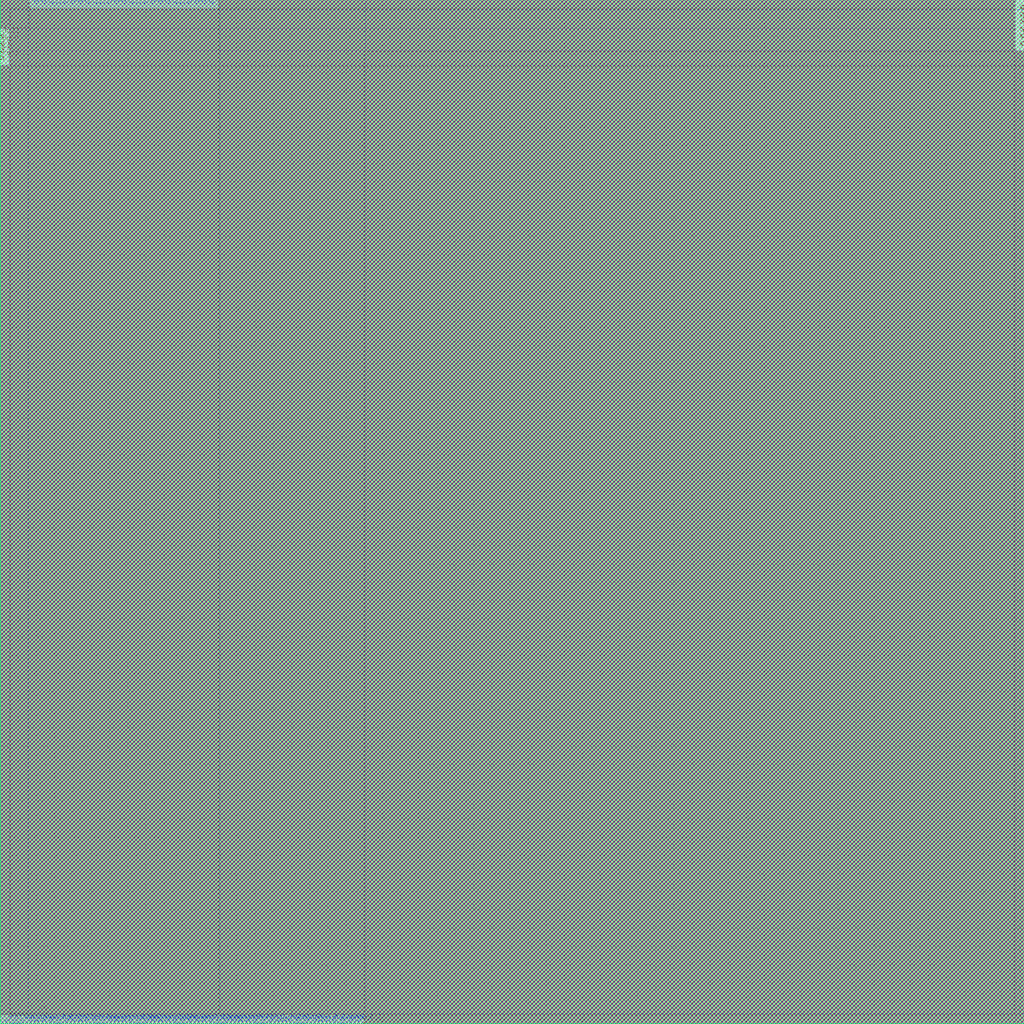
<source format=lef>
VERSION 5.7 ;
BUSBITCHARS "[]" ;
DIVIDERCHAR "/" ;

PROPERTYDEFINITIONS
  LAYER LEF58_TYPE STRING ;
  LAYER LEF58_SPACING STRING ;
  LAYER LEF58_WIDTH STRING ;
END PROPERTYDEFINITIONS

UNITS
  DATABASE MICRONS 1000 ;
END UNITS
MANUFACTURINGGRID 0.005 ;
LAYER OVERLAP
  TYPE OVERLAP ;
END OVERLAP

LAYER NWEL
  TYPE MASTERSLICE ;
  PROPERTY LEF58_TYPE "TYPE NWELL ;" ;
  PROPERTY LEF58_SPACING "SPACING 1 ;" ;
  PROPERTY LEF58_WIDTH "WIDTH 0.63 ;" ;
END NWEL

LAYER NPLUS
  TYPE IMPLANT ;
  WIDTH 0.24 ;
  SPACING 0.24 ;
  AREA 0.1764 ;
END NPLUS

LAYER PPLUS
  TYPE IMPLANT ;
  WIDTH 0.24 ;
  SPACING 0.24 ;
  AREA 0.1764 ;
END PPLUS

LAYER DIFF
  TYPE MASTERSLICE ;
  PROPERTY LEF58_TYPE "TYPE DIFFUSION ;" ;
  PROPERTY LEF58_SPACING "SPACING 0.2 ;" ;
  PROPERTY LEF58_WIDTH "WIDTH 0.16 ;" ;
END DIFF

LAYER PO1
  TYPE MASTERSLICE ;
END PO1

LAYER CONT
  TYPE CUT ;
  SPACING 0.2 ;
  WIDTH 0.16 ;
END CONT

LAYER ME1
  TYPE ROUTING ;
  DIRECTION HORIZONTAL ;
  WIDTH 0.16 ;
  AREA 0.1024 ;
  SPACINGTABLE
    PARALLELRUNLENGTH 0 1.759 
    WIDTH 0 0.16 0.26 
    WIDTH 1.759 0.26 0.26 ;
  SPACING 0.16 SAMENET ;
  MAXWIDTH 25 ;
  RESISTANCE RPERSQ 0.07 ;
  MINIMUMDENSITY 20 ;
  DENSITYCHECKWINDOW 400 400 ;
  DENSITYCHECKSTEP 200 ;
END ME1

LAYER VI1
  TYPE CUT ;
  SPACING 0.2 ;
  WIDTH 0.2 ;
END VI1

LAYER ME2
  TYPE ROUTING ;
  DIRECTION VERTICAL ;
  WIDTH 0.2 ;
  AREA 0.1024 ;
  SPACINGTABLE
    PARALLELRUNLENGTH 0 1.999 
    WIDTH 0 0.2 0.28 
    WIDTH 1.999 0.28 0.28 ;
  SPACING 0.2 SAMENET ;
  MAXWIDTH 25 ;
  RESISTANCE RPERSQ 0.07 ;
  MINIMUMDENSITY 20 ;
  DENSITYCHECKWINDOW 400 400 ;
  DENSITYCHECKSTEP 200 ;
END ME2

LAYER VI2
  TYPE CUT ;
  SPACING 0.2 ;
  WIDTH 0.2 ;
END VI2

LAYER ME3
  TYPE ROUTING ;
  DIRECTION HORIZONTAL ;
  WIDTH 0.2 ;
  AREA 0.1024 ;
  SPACINGTABLE
    PARALLELRUNLENGTH 0 1.999 
    WIDTH 0 0.2 0.28 
    WIDTH 1.999 0.28 0.28 ;
  SPACING 0.2 SAMENET ;
  MAXWIDTH 25 ;
  RESISTANCE RPERSQ 0.07 ;
  MINIMUMDENSITY 20 ;
  DENSITYCHECKWINDOW 400 400 ;
  DENSITYCHECKSTEP 200 ;
END ME3

LAYER VI3
  TYPE CUT ;
  SPACING 0.2 ;
  WIDTH 0.2 ;
END VI3

LAYER ME4
  TYPE ROUTING ;
  DIRECTION VERTICAL ;
  WIDTH 0.2 ;
  AREA 0.1024 ;
  SPACINGTABLE
    PARALLELRUNLENGTH 0 1.999 
    WIDTH 0 0.2 0.28 
    WIDTH 1.999 0.28 0.28 ;
  SPACING 0.2 SAMENET ;
  MAXWIDTH 25 ;
  RESISTANCE RPERSQ 0.07 ;
  MINIMUMDENSITY 20 ;
  DENSITYCHECKWINDOW 400 400 ;
  DENSITYCHECKSTEP 200 ;
END ME4

LAYER VI4
  TYPE CUT ;
  SPACING 0.2 ;
  WIDTH 0.2 ;
END VI4

LAYER ME5
  TYPE ROUTING ;
  DIRECTION HORIZONTAL ;
  WIDTH 0.2 ;
  AREA 0.1024 ;
  SPACINGTABLE
    PARALLELRUNLENGTH 0 1.999 
    WIDTH 0 0.2 0.28 
    WIDTH 1.999 0.28 0.28 ;
  SPACING 0.2 SAMENET ;
  MAXWIDTH 25 ;
  RESISTANCE RPERSQ 0.07 ;
  MINIMUMDENSITY 20 ;
  DENSITYCHECKWINDOW 400 400 ;
  DENSITYCHECKSTEP 200 ;
END ME5

LAYER VI5
  TYPE CUT ;
  SPACING 0.2 ;
  WIDTH 0.2 ;
END VI5

LAYER ME6
  TYPE ROUTING ;
  DIRECTION VERTICAL ;
  WIDTH 0.2 ;
  AREA 0.1024 ;
  SPACINGTABLE
    PARALLELRUNLENGTH 0 1.999 
    WIDTH 0 0.2 0.28 
    WIDTH 1.999 0.28 0.28 ;
  SPACING 0.2 SAMENET ;
  MAXWIDTH 25 ;
  RESISTANCE RPERSQ 0.07 ;
  MINIMUMDENSITY 20 ;
  DENSITYCHECKWINDOW 400 400 ;
  DENSITYCHECKSTEP 200 ;
END ME6

LAYER VI6
  TYPE CUT ;
  SPACING 0.4 ;
  WIDTH 0.4 ;
END VI6

LAYER ME7
  TYPE ROUTING ;
  DIRECTION HORIZONTAL ;
  WIDTH 0.4 ;
  AREA 0.33 ;
  SPACINGTABLE
    PARALLELRUNLENGTH 0 1.599 
    WIDTH 0 0.4 0.5 
    WIDTH 1.599 0.5 0.5 ;
  SPACING 0.4 SAMENET ;
  MAXWIDTH 25 ;
  RESISTANCE RPERSQ 0.027 ;
  MINIMUMDENSITY 20 ;
  DENSITYCHECKWINDOW 400 400 ;
  DENSITYCHECKSTEP 200 ;
END ME7

LAYER VI7
  TYPE CUT ;
  SPACING 0.75 ;
  WIDTH 0.6 ;
END VI7

LAYER ME8
  TYPE ROUTING ;
  DIRECTION VERTICAL ;
  WIDTH 1.5 ;
  AREA 2.25 ;
  SPACINGTABLE
    PARALLELRUNLENGTH 0 
    WIDTH 0 1.5 ;
  SPACING 1.5 SAMENET ;
  MAXWIDTH 25 ;
  RESISTANCE RPERSQ 0.015 ;
  MINIMUMDENSITY 20 ;
  DENSITYCHECKWINDOW 400 400 ;
  DENSITYCHECKSTEP 200 ;
END ME8

LAYER TMV_RDL
  TYPE CUT ;
  SPACING 2 ;
  WIDTH 4 ;
END TMV_RDL

LAYER AL_RDL
  TYPE ROUTING ;
  DIRECTION HORIZONTAL ;
  WIDTH 3 ;
  SPACING 1.6 ;
  SPACING 1.6 SAMENET ;
END AL_RDL

MAXVIASTACK 4 RANGE ME1 ME8 ;
VIARULE M2_M1 GENERATE DEFAULT
  LAYER ME1 ;
    ENCLOSURE 0.06 0.06 ;
  LAYER ME2 ;
    ENCLOSURE 0 0 ;
  LAYER VI1 ;
    RECT -0.1 -0.1 0.1 0.1 ;
    SPACING 0.48 BY 0.48 ;
END M2_M1

VIARULE M3_M2 GENERATE DEFAULT
  LAYER ME2 ;
    ENCLOSURE 0.06 0.06 ;
  LAYER ME3 ;
    ENCLOSURE 0 0 ;
  LAYER VI2 ;
    RECT -0.1 -0.1 0.1 0.1 ;
    SPACING 0.48 BY 0.48 ;
END M3_M2

VIARULE M4_M3 GENERATE DEFAULT
  LAYER ME3 ;
    ENCLOSURE 0.06 0.06 ;
  LAYER ME4 ;
    ENCLOSURE 0 0 ;
  LAYER VI3 ;
    RECT -0.1 -0.1 0.1 0.1 ;
    SPACING 0.48 BY 0.48 ;
END M4_M3

VIARULE M5_M4 GENERATE DEFAULT
  LAYER ME4 ;
    ENCLOSURE 0.06 0.06 ;
  LAYER ME5 ;
    ENCLOSURE 0 0 ;
  LAYER VI4 ;
    RECT -0.1 -0.1 0.1 0.1 ;
    SPACING 0.48 BY 0.48 ;
END M5_M4

VIARULE M6_M5 GENERATE DEFAULT
  LAYER ME5 ;
    ENCLOSURE 0.06 0.06 ;
  LAYER ME6 ;
    ENCLOSURE 0 0 ;
  LAYER VI5 ;
    RECT -0.1 -0.1 0.1 0.1 ;
    SPACING 0.48 BY 0.48 ;
END M6_M5

VIARULE M7_M6 GENERATE DEFAULT
  LAYER ME6 ;
    ENCLOSURE 0 0 ;
  LAYER ME7 ;
    ENCLOSURE 0 0 ;
  LAYER VI6 ;
    RECT -0.2 -0.2 0.2 0.2 ;
    SPACING 0.9 BY 0.9 ;
END M7_M6

VIARULE M8_M7 GENERATE DEFAULT
  LAYER ME7 ;
    ENCLOSURE 0.2 0.2 ;
  LAYER ME8 ;
    ENCLOSURE 0.45 0.45 ;
  LAYER VI7 ;
    RECT -0.3 -0.3 0.3 0.3 ;
    SPACING 1.35 BY 1.35 ;
END M8_M7

VIARULE L2_M8 GENERATE
  LAYER ME8 ;
    ENCLOSURE 0.6 0.6 ;
  LAYER AL_RDL ;
    ENCLOSURE 0.5 0.5 ;
  LAYER TMV_RDL ;
    RECT -2 -2 2 2 ;
    SPACING 6 BY 6 ;
END L2_M8

VIARULE M1_PACTIVE GENERATE
  LAYER DIFF ;
    ENCLOSURE 0.06 0.06 ;
  LAYER ME1 ;
    ENCLOSURE 0.06 0.06 ;
  LAYER CONT ;
    RECT -0.08 -0.08 0.08 0.08 ;
    SPACING 0.36 BY 0.36 ;
END M1_PACTIVE

VIARULE M1_NWEL GENERATE
  LAYER DIFF ;
    ENCLOSURE 0.06 0.06 ;
  LAYER ME1 ;
    ENCLOSURE 0.06 0.06 ;
  LAYER CONT ;
    RECT -0.08 -0.08 0.08 0.08 ;
    SPACING 0.36 BY 0.36 ;
END M1_NWEL

VIARULE M1_NACTIVE GENERATE
  LAYER DIFF ;
    ENCLOSURE 0.06 0.06 ;
  LAYER ME1 ;
    ENCLOSURE 0.06 0.06 ;
  LAYER CONT ;
    RECT -0.08 -0.08 0.08 0.08 ;
    SPACING 0.36 BY 0.36 ;
END M1_NACTIVE

VIARULE M1_POLY GENERATE
  LAYER PO1 ;
    ENCLOSURE 0.06 0.06 ;
  LAYER ME1 ;
    ENCLOSURE 0.06 0.06 ;
  LAYER CONT ;
    RECT -0.08 -0.08 0.08 0.08 ;
    SPACING 0.36 BY 0.36 ;
END M1_POLY

MACRO controller
  CLASS BLOCK ;
  ORIGIN 0 56.251 ;
  FOREIGN controller 0 -56.251 ;
  SIZE 56.251 BY 56.251 ;
  SYMMETRY X Y R90 ;
  PIN vcutoff_0
    DIRECTION INPUT ;
    USE SIGNAL ;
    PORT
      LAYER ME2 ;
        RECT 0.7 -56.251 0.9 -56.051 ;
    END
  END vcutoff_0
  PIN en
    DIRECTION INPUT ;
    USE SIGNAL ;
    PORT
      LAYER ME2 ;
        RECT 0.3 -56.251 0.5 -56.051 ;
    END
  END en
  PIN vcutoff_3
    DIRECTION INPUT ;
    USE SIGNAL ;
    PORT
      LAYER ME2 ;
        RECT 1.9 -56.251 2.1 -56.051 ;
    END
  END vcutoff_3
  PIN vcutoff_2
    DIRECTION INPUT ;
    USE SIGNAL ;
    PORT
      LAYER ME2 ;
        RECT 1.5 -56.251 1.7 -56.051 ;
    END
  END vcutoff_2
  PIN vcutoff_1
    DIRECTION INPUT ;
    USE SIGNAL ;
    PORT
      LAYER ME2 ;
        RECT 1.1 -56.251 1.3 -56.051 ;
    END
  END vcutoff_1
  PIN vcutoff_4
    DIRECTION INPUT ;
    USE SIGNAL ;
    PORT
      LAYER ME2 ;
        RECT 2.3 -56.251 2.5 -56.051 ;
    END
  END vcutoff_4
  PIN vcutoff_5
    DIRECTION INPUT ;
    USE SIGNAL ;
    PORT
      LAYER ME2 ;
        RECT 2.7 -56.251 2.9 -56.051 ;
    END
  END vcutoff_5
  PIN vcutoff_6
    DIRECTION INPUT ;
    USE SIGNAL ;
    PORT
      LAYER ME2 ;
        RECT 3.1 -56.251 3.3 -56.051 ;
    END
  END vcutoff_6
  PIN vcutoff_7
    DIRECTION INPUT ;
    USE SIGNAL ;
    PORT
      LAYER ME2 ;
        RECT 3.5 -56.251 3.7 -56.051 ;
    END
  END vcutoff_7
  PIN vpreset_0
    DIRECTION INPUT ;
    USE SIGNAL ;
    PORT
      LAYER ME2 ;
        RECT 3.9 -56.251 4.1 -56.051 ;
    END
  END vpreset_0
  PIN vpreset_1
    DIRECTION INPUT ;
    USE SIGNAL ;
    PORT
      LAYER ME2 ;
        RECT 4.3 -56.251 4.5 -56.051 ;
    END
  END vpreset_1
  PIN vpreset_2
    DIRECTION INPUT ;
    USE SIGNAL ;
    PORT
      LAYER ME2 ;
        RECT 4.7 -56.251 4.9 -56.051 ;
    END
  END vpreset_2
  PIN vpreset_3
    DIRECTION INPUT ;
    USE SIGNAL ;
    PORT
      LAYER ME2 ;
        RECT 5.1 -56.251 5.3 -56.051 ;
    END
  END vpreset_3
  PIN vpreset_4
    DIRECTION INPUT ;
    USE SIGNAL ;
    PORT
      LAYER ME2 ;
        RECT 5.5 -56.251 5.7 -56.051 ;
    END
  END vpreset_4
  PIN vpreset_5
    DIRECTION INPUT ;
    USE SIGNAL ;
    PORT
      LAYER ME2 ;
        RECT 5.9 -56.251 6.1 -56.051 ;
    END
  END vpreset_5
  PIN vpreset_6
    DIRECTION INPUT ;
    USE SIGNAL ;
    PORT
      LAYER ME2 ;
        RECT 6.3 -56.251 6.5 -56.051 ;
    END
  END vpreset_6
  PIN vpreset_7
    DIRECTION INPUT ;
    USE SIGNAL ;
    PORT
      LAYER ME2 ;
        RECT 6.7 -56.251 6.9 -56.051 ;
    END
  END vpreset_7
  PIN tempmin_0
    DIRECTION INPUT ;
    USE SIGNAL ;
    PORT
      LAYER ME2 ;
        RECT 7.1 -56.251 7.3 -56.051 ;
    END
  END tempmin_0
  PIN tempmin_1
    DIRECTION INPUT ;
    USE SIGNAL ;
    PORT
      LAYER ME2 ;
        RECT 7.5 -56.251 7.7 -56.051 ;
    END
  END tempmin_1
  PIN tempmin_5
    DIRECTION INPUT ;
    USE SIGNAL ;
    PORT
      LAYER ME2 ;
        RECT 9.1 -56.251 9.3 -56.051 ;
    END
  END tempmin_5
  PIN tempmin_2
    DIRECTION INPUT ;
    USE SIGNAL ;
    PORT
      LAYER ME2 ;
        RECT 7.9 -56.251 8.1 -56.051 ;
    END
  END tempmin_2
  PIN tempmin_4
    DIRECTION INPUT ;
    USE SIGNAL ;
    PORT
      LAYER ME2 ;
        RECT 8.7 -56.251 8.9 -56.051 ;
    END
  END tempmin_4
  PIN tempmin_3
    DIRECTION INPUT ;
    USE SIGNAL ;
    PORT
      LAYER ME2 ;
        RECT 8.3 -56.251 8.5 -56.051 ;
    END
  END tempmin_3
  PIN tempmin_6
    DIRECTION INPUT ;
    USE SIGNAL ;
    PORT
      LAYER ME2 ;
        RECT 9.5 -56.251 9.7 -56.051 ;
    END
  END tempmin_6
  PIN tempmin_7
    DIRECTION INPUT ;
    USE SIGNAL ;
    PORT
      LAYER ME2 ;
        RECT 9.9 -56.251 10.1 -56.051 ;
    END
  END tempmin_7
  PIN tempmax_0
    DIRECTION INPUT ;
    USE SIGNAL ;
    PORT
      LAYER ME2 ;
        RECT 10.3 -56.251 10.5 -56.051 ;
    END
  END tempmax_0
  PIN tempmax_1
    DIRECTION INPUT ;
    USE SIGNAL ;
    PORT
      LAYER ME2 ;
        RECT 10.7 -56.251 10.9 -56.051 ;
    END
  END tempmax_1
  PIN tempmax_2
    DIRECTION INPUT ;
    USE SIGNAL ;
    PORT
      LAYER ME2 ;
        RECT 11.1 -56.251 11.3 -56.051 ;
    END
  END tempmax_2
  PIN tempmax_3
    DIRECTION INPUT ;
    USE SIGNAL ;
    PORT
      LAYER ME2 ;
        RECT 11.5 -56.251 11.7 -56.051 ;
    END
  END tempmax_3
  PIN tempmax_4
    DIRECTION INPUT ;
    USE SIGNAL ;
    PORT
      LAYER ME2 ;
        RECT 11.9 -56.251 12.1 -56.051 ;
    END
  END tempmax_4
  PIN tempmax_5
    DIRECTION INPUT ;
    USE SIGNAL ;
    PORT
      LAYER ME2 ;
        RECT 12.3 -56.251 12.5 -56.051 ;
    END
  END tempmax_5
  PIN tempmax_6
    DIRECTION INPUT ;
    USE SIGNAL ;
    PORT
      LAYER ME2 ;
        RECT 12.7 -56.251 12.9 -56.051 ;
    END
  END tempmax_6
  PIN tempmax_7
    DIRECTION INPUT ;
    USE SIGNAL ;
    PORT
      LAYER ME2 ;
        RECT 13.1 -56.251 13.3 -56.051 ;
    END
  END tempmax_7
  PIN tmax_0
    DIRECTION INPUT ;
    USE SIGNAL ;
    PORT
      LAYER ME2 ;
        RECT 13.5 -56.251 13.7 -56.051 ;
    END
  END tmax_0
  PIN tmax_1
    DIRECTION INPUT ;
    USE SIGNAL ;
    PORT
      LAYER ME2 ;
        RECT 13.9 -56.251 14.1 -56.051 ;
    END
  END tmax_1
  PIN tmax_2
    DIRECTION INPUT ;
    USE SIGNAL ;
    PORT
      LAYER ME2 ;
        RECT 14.3 -56.251 14.5 -56.051 ;
    END
  END tmax_2
  PIN tmax_3
    DIRECTION INPUT ;
    USE SIGNAL ;
    PORT
      LAYER ME2 ;
        RECT 14.7 -56.251 14.9 -56.051 ;
    END
  END tmax_3
  PIN tmax_4
    DIRECTION INPUT ;
    USE SIGNAL ;
    PORT
      LAYER ME2 ;
        RECT 15.1 -56.251 15.3 -56.051 ;
    END
  END tmax_4
  PIN tmax_5
    DIRECTION INPUT ;
    USE SIGNAL ;
    PORT
      LAYER ME2 ;
        RECT 15.5 -56.251 15.7 -56.051 ;
    END
  END tmax_5
  PIN tmax_6
    DIRECTION INPUT ;
    USE SIGNAL ;
    PORT
      LAYER ME2 ;
        RECT 15.9 -56.251 16.1 -56.051 ;
    END
  END tmax_6
  PIN tmax_7
    DIRECTION INPUT ;
    USE SIGNAL ;
    PORT
      LAYER ME2 ;
        RECT 16.3 -56.251 16.5 -56.051 ;
    END
  END tmax_7
  PIN iend_0
    DIRECTION INPUT ;
    USE SIGNAL ;
    PORT
      LAYER ME2 ;
        RECT 16.7 -56.251 16.9 -56.051 ;
    END
  END iend_0
  PIN iend_1
    DIRECTION INPUT ;
    USE SIGNAL ;
    PORT
      LAYER ME2 ;
        RECT 17.1 -56.251 17.3 -56.051 ;
    END
  END iend_1
  PIN iend_2
    DIRECTION INPUT ;
    USE SIGNAL ;
    PORT
      LAYER ME2 ;
        RECT 17.5 -56.251 17.7 -56.051 ;
    END
  END iend_2
  PIN iend_3
    DIRECTION INPUT ;
    USE SIGNAL ;
    PORT
      LAYER ME2 ;
        RECT 17.9 -56.251 18.1 -56.051 ;
    END
  END iend_3
  PIN iend_4
    DIRECTION INPUT ;
    USE SIGNAL ;
    PORT
      LAYER ME2 ;
        RECT 18.3 -56.251 18.5 -56.051 ;
    END
  END iend_4
  PIN iend_5
    DIRECTION INPUT ;
    USE SIGNAL ;
    PORT
      LAYER ME2 ;
        RECT 18.7 -56.251 18.9 -56.051 ;
    END
  END iend_5
  PIN iend_6
    DIRECTION INPUT ;
    USE SIGNAL ;
    PORT
      LAYER ME2 ;
        RECT 19.1 -56.251 19.3 -56.051 ;
    END
  END iend_6
  PIN iend_7
    DIRECTION INPUT ;
    USE SIGNAL ;
    PORT
      LAYER ME2 ;
        RECT 19.5 -56.251 19.7 -56.051 ;
    END
  END iend_7
  PIN cc
    DIRECTION OUTPUT ;
    USE SIGNAL ;
    PORT
      LAYER ME3 ;
        RECT 56.051 -0.9 56.251 -0.7 ;
    END
  END cc
  PIN tc
    DIRECTION OUTPUT ;
    USE SIGNAL ;
    PORT
      LAYER ME3 ;
        RECT 56.051 -0.5 56.251 -0.3 ;
    END
  END tc
  PIN cv
    DIRECTION OUTPUT ;
    USE SIGNAL ;
    PORT
      LAYER ME3 ;
        RECT 56.051 -1.3 56.251 -1.1 ;
    END
  END cv
  PIN imonen
    DIRECTION OUTPUT ;
    USE SIGNAL ;
    PORT
      LAYER ME3 ;
        RECT 56.051 -1.7 56.251 -1.5 ;
    END
  END imonen
  PIN vmonen
    DIRECTION OUTPUT ;
    USE SIGNAL ;
    PORT
      LAYER ME3 ;
        RECT 56.051 -2.1 56.251 -1.9 ;
    END
  END vmonen
  PIN tmonen
    DIRECTION OUTPUT ;
    USE SIGNAL ;
    PORT
      LAYER ME3 ;
        RECT 56.051 -2.5 56.251 -2.3 ;
    END
  END tmonen
  PIN vtok
    DIRECTION INPUT ;
    USE SIGNAL ;
    PORT
      LAYER ME2 ;
        RECT 1.9 -0.2 2.1 0 ;
    END
  END vtok
  PIN ibat_0
    DIRECTION INPUT ;
    USE SIGNAL ;
    PORT
      LAYER ME2 ;
        RECT 2.3 -0.2 2.5 0 ;
    END
  END ibat_0
  PIN ibat_1
    DIRECTION INPUT ;
    USE SIGNAL ;
    PORT
      LAYER ME2 ;
        RECT 2.7 -0.2 2.9 0 ;
    END
  END ibat_1
  PIN ibat_2
    DIRECTION INPUT ;
    USE SIGNAL ;
    PORT
      LAYER ME2 ;
        RECT 3.1 -0.2 3.3 0 ;
    END
  END ibat_2
  PIN ibat_3
    DIRECTION INPUT ;
    USE SIGNAL ;
    PORT
      LAYER ME2 ;
        RECT 3.5 -0.2 3.7 0 ;
    END
  END ibat_3
  PIN ibat_4
    DIRECTION INPUT ;
    USE SIGNAL ;
    PORT
      LAYER ME2 ;
        RECT 3.9 -0.2 4.1 0 ;
    END
  END ibat_4
  PIN ibat_5
    DIRECTION INPUT ;
    USE SIGNAL ;
    PORT
      LAYER ME2 ;
        RECT 4.3 -0.2 4.5 0 ;
    END
  END ibat_5
  PIN ibat_6
    DIRECTION INPUT ;
    USE SIGNAL ;
    PORT
      LAYER ME2 ;
        RECT 4.7 -0.2 4.9 0 ;
    END
  END ibat_6
  PIN ibat_7
    DIRECTION INPUT ;
    USE SIGNAL ;
    PORT
      LAYER ME2 ;
        RECT 5.1 -0.2 5.3 0 ;
    END
  END ibat_7
  PIN vbat_0
    DIRECTION INPUT ;
    USE SIGNAL ;
    PORT
      LAYER ME2 ;
        RECT 5.5 -0.2 5.7 0 ;
    END
  END vbat_0
  PIN vbat_1
    DIRECTION INPUT ;
    USE SIGNAL ;
    PORT
      LAYER ME2 ;
        RECT 5.9 -0.2 6.1 0 ;
    END
  END vbat_1
  PIN vbat_2
    DIRECTION INPUT ;
    USE SIGNAL ;
    PORT
      LAYER ME2 ;
        RECT 6.3 -0.2 6.5 0 ;
    END
  END vbat_2
  PIN vbat_3
    DIRECTION INPUT ;
    USE SIGNAL ;
    PORT
      LAYER ME2 ;
        RECT 6.7 -0.2 6.9 0 ;
    END
  END vbat_3
  PIN vbat_4
    DIRECTION INPUT ;
    USE SIGNAL ;
    PORT
      LAYER ME2 ;
        RECT 7.1 -0.2 7.3 0 ;
    END
  END vbat_4
  PIN vbat_5
    DIRECTION INPUT ;
    USE SIGNAL ;
    PORT
      LAYER ME2 ;
        RECT 7.5 -0.2 7.7 0 ;
    END
  END vbat_5
  PIN vbat_6
    DIRECTION INPUT ;
    USE SIGNAL ;
    PORT
      LAYER ME2 ;
        RECT 7.9 -0.2 8.1 0 ;
    END
  END vbat_6
  PIN vbat_7
    DIRECTION INPUT ;
    USE SIGNAL ;
    PORT
      LAYER ME2 ;
        RECT 8.3 -0.2 8.5 0 ;
    END
  END vbat_7
  PIN tbat_0
    DIRECTION INPUT ;
    USE SIGNAL ;
    PORT
      LAYER ME2 ;
        RECT 8.7 -0.2 8.9 0 ;
    END
  END tbat_0
  PIN tbat_1
    DIRECTION INPUT ;
    USE SIGNAL ;
    PORT
      LAYER ME2 ;
        RECT 9.1 -0.2 9.3 0 ;
    END
  END tbat_1
  PIN tbat_2
    DIRECTION INPUT ;
    USE SIGNAL ;
    PORT
      LAYER ME2 ;
        RECT 9.5 -0.2 9.7 0 ;
    END
  END tbat_2
  PIN tbat_3
    DIRECTION INPUT ;
    USE SIGNAL ;
    PORT
      LAYER ME2 ;
        RECT 9.9 -0.2 10.1 0 ;
    END
  END tbat_3
  PIN tbat_4
    DIRECTION INPUT ;
    USE SIGNAL ;
    PORT
      LAYER ME2 ;
        RECT 10.3 -0.2 10.5 0 ;
    END
  END tbat_4
  PIN tbat_5
    DIRECTION INPUT ;
    USE SIGNAL ;
    PORT
      LAYER ME2 ;
        RECT 10.7 -0.2 10.9 0 ;
    END
  END tbat_5
  PIN tbat_6
    DIRECTION INPUT ;
    USE SIGNAL ;
    PORT
      LAYER ME2 ;
        RECT 11.1 -0.2 11.3 0 ;
    END
  END tbat_6
  PIN tbat_7
    DIRECTION INPUT ;
    USE SIGNAL ;
    PORT
      LAYER ME2 ;
        RECT 11.5 -0.2 11.7 0 ;
    END
  END tbat_7
  PIN dvdd
    DIRECTION INOUT ;
    USE POWER ;
    PORT
      LAYER ME3 ;
        RECT 0 -2.1 0.2 -1.9 ;
    END
  END dvdd
  PIN dgnd
    DIRECTION INOUT ;
    USE GROUND ;
    PORT
      LAYER ME3 ;
        RECT 0 -2.5 0.2 -2.3 ;
    END
  END dgnd
  PIN clk
    DIRECTION INPUT ;
    USE CLOCK ;
    PORT
      LAYER ME3 ;
        RECT 0 -2.9 0.2 -2.7 ;
    END
  END clk
  PIN rstz
    DIRECTION INPUT ;
    PORT
      LAYER ME3 ;
        RECT 0 -3.3 0.2 -3.1 ;
    END
  END rstz
  OBS
    LAYER ME1 SPACING 0.16 ;
      RECT 0 -56.251 56.251 0 ;
    LAYER ME2 SPACING 0.2 ;
      RECT 12.06 -55.69 56.25 0 ;
      RECT 20.06 -56.25 56.25 0 ;
      RECT 0 -55.69 1.54 0 ;
      RECT 0 -55.69 56.25 -0.56 ;
    LAYER ME3 SPACING 0.2 ;
      RECT 12 -55.75 55.69 0 ;
      RECT 0 -1.54 1.6 0 ;
      RECT 0.56 -55.75 55.69 -0.5 ;
      RECT 20 -56.25 56.25 -2.86 ;
      RECT 0 -55.75 56.25 -3.66 ;
    LAYER ME4 SPACING 0.2 ;
      RECT 0 -1.6 55.75 0 ;
      RECT 0.5 -56.25 55.75 0 ;
      RECT 0.5 -56.25 56.25 -2.8 ;
      RECT 0 -56.25 56.25 -3.6 ;
    LAYER ME5 SPACING 0.2 ;
      RECT 0 -56.251 56.251 0 ;
    LAYER ME6 SPACING 0.2 ;
      RECT 0 -56.251 56.251 0 ;
    LAYER ME7 SPACING 0.4 ;
      RECT 0 -56.251 56.251 0 ;
    LAYER ME8 SPACING 1.5 ;
      RECT 0 -56.251 56.251 0 ;
  END
END controller

END LIBRARY

</source>
